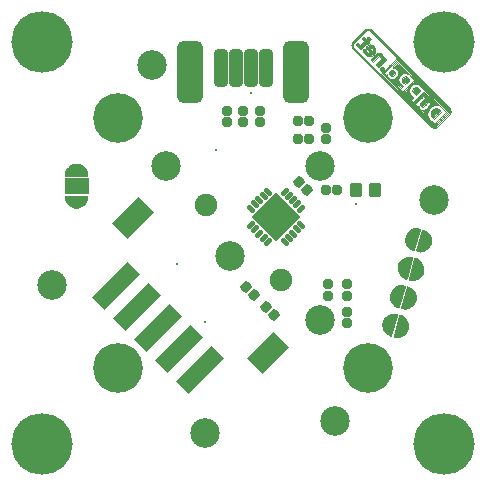
<source format=gbs>
G04*
G04 #@! TF.GenerationSoftware,Altium Limited,Altium Designer,19.0.10 (269)*
G04*
G04 Layer_Color=16711935*
%FSLAX25Y25*%
%MOIN*%
G70*
G01*
G75*
%ADD11C,0.09855*%
%ADD12C,0.07493*%
%ADD13C,0.16548*%
%ADD14C,0.20485*%
%ADD15C,0.00400*%
%ADD40C,0.00100*%
%ADD41R,0.07843X0.05400*%
%ADD42O,0.04737X0.02769*%
G04:AMPARAMS|DCode=43|XSize=88mil|YSize=208mil|CornerRadius=24mil|HoleSize=0mil|Usage=FLASHONLY|Rotation=180.000|XOffset=0mil|YOffset=0mil|HoleType=Round|Shape=RoundedRectangle|*
%AMROUNDEDRECTD43*
21,1,0.08800,0.16000,0,0,180.0*
21,1,0.04000,0.20800,0,0,180.0*
1,1,0.04800,-0.02000,0.08000*
1,1,0.04800,0.02000,0.08000*
1,1,0.04800,0.02000,-0.08000*
1,1,0.04800,-0.02000,-0.08000*
%
%ADD43ROUNDEDRECTD43*%
G04:AMPARAMS|DCode=44|XSize=32.5mil|YSize=34mil|CornerRadius=10.13mil|HoleSize=0mil|Usage=FLASHONLY|Rotation=135.000|XOffset=0mil|YOffset=0mil|HoleType=Round|Shape=RoundedRectangle|*
%AMROUNDEDRECTD44*
21,1,0.03250,0.01375,0,0,135.0*
21,1,0.01225,0.03400,0,0,135.0*
1,1,0.02025,0.00053,0.00919*
1,1,0.02025,0.00919,0.00053*
1,1,0.02025,-0.00053,-0.00919*
1,1,0.02025,-0.00919,-0.00053*
%
%ADD44ROUNDEDRECTD44*%
G04:AMPARAMS|DCode=45|XSize=70.99mil|YSize=126.11mil|CornerRadius=0mil|HoleSize=0mil|Usage=FLASHONLY|Rotation=315.000|XOffset=0mil|YOffset=0mil|HoleType=Round|Shape=Rectangle|*
%AMROTATEDRECTD45*
4,1,4,-0.06969,-0.01949,0.01949,0.06969,0.06969,0.01949,-0.01949,-0.06969,-0.06969,-0.01949,0.0*
%
%ADD45ROTATEDRECTD45*%

G04:AMPARAMS|DCode=46|XSize=59.18mil|YSize=165.48mil|CornerRadius=0mil|HoleSize=0mil|Usage=FLASHONLY|Rotation=315.000|XOffset=0mil|YOffset=0mil|HoleType=Round|Shape=Rectangle|*
%AMROTATEDRECTD46*
4,1,4,-0.07943,-0.03758,0.03758,0.07943,0.07943,0.03758,-0.03758,-0.07943,-0.07943,-0.03758,0.0*
%
%ADD46ROTATEDRECTD46*%

G04:AMPARAMS|DCode=47|XSize=43mil|YSize=49mil|CornerRadius=12.75mil|HoleSize=0mil|Usage=FLASHONLY|Rotation=0.000|XOffset=0mil|YOffset=0mil|HoleType=Round|Shape=RoundedRectangle|*
%AMROUNDEDRECTD47*
21,1,0.04300,0.02350,0,0,0.0*
21,1,0.01750,0.04900,0,0,0.0*
1,1,0.02550,0.00875,-0.01175*
1,1,0.02550,-0.00875,-0.01175*
1,1,0.02550,-0.00875,0.01175*
1,1,0.02550,0.00875,0.01175*
%
%ADD47ROUNDEDRECTD47*%
G04:AMPARAMS|DCode=48|XSize=47.37mil|YSize=126.11mil|CornerRadius=13.84mil|HoleSize=0mil|Usage=FLASHONLY|Rotation=180.000|XOffset=0mil|YOffset=0mil|HoleType=Round|Shape=RoundedRectangle|*
%AMROUNDEDRECTD48*
21,1,0.04737,0.09843,0,0,180.0*
21,1,0.01968,0.12611,0,0,180.0*
1,1,0.02769,-0.00984,0.04921*
1,1,0.02769,0.00984,0.04921*
1,1,0.02769,0.00984,-0.04921*
1,1,0.02769,-0.00984,-0.04921*
%
%ADD48ROUNDEDRECTD48*%
G04:AMPARAMS|DCode=49|XSize=32.5mil|YSize=34mil|CornerRadius=10.13mil|HoleSize=0mil|Usage=FLASHONLY|Rotation=90.000|XOffset=0mil|YOffset=0mil|HoleType=Round|Shape=RoundedRectangle|*
%AMROUNDEDRECTD49*
21,1,0.03250,0.01375,0,0,90.0*
21,1,0.01225,0.03400,0,0,90.0*
1,1,0.02025,0.00688,0.00613*
1,1,0.02025,0.00688,-0.00613*
1,1,0.02025,-0.00688,-0.00613*
1,1,0.02025,-0.00688,0.00613*
%
%ADD49ROUNDEDRECTD49*%
G04:AMPARAMS|DCode=50|XSize=32.5mil|YSize=34mil|CornerRadius=10.13mil|HoleSize=0mil|Usage=FLASHONLY|Rotation=180.000|XOffset=0mil|YOffset=0mil|HoleType=Round|Shape=RoundedRectangle|*
%AMROUNDEDRECTD50*
21,1,0.03250,0.01375,0,0,180.0*
21,1,0.01225,0.03400,0,0,180.0*
1,1,0.02025,-0.00613,0.00688*
1,1,0.02025,0.00613,0.00688*
1,1,0.02025,0.00613,-0.00688*
1,1,0.02025,-0.00613,-0.00688*
%
%ADD50ROUNDEDRECTD50*%
%ADD51P,0.16164X4X180.0*%
G04:AMPARAMS|DCode=52|XSize=17.84mil|YSize=31.62mil|CornerRadius=0mil|HoleSize=0mil|Usage=FLASHONLY|Rotation=135.000|XOffset=0mil|YOffset=0mil|HoleType=Round|Shape=Round|*
%AMOVALD52*
21,1,0.01378,0.01784,0.00000,0.00000,225.0*
1,1,0.01784,0.00487,0.00487*
1,1,0.01784,-0.00487,-0.00487*
%
%ADD52OVALD52*%

G04:AMPARAMS|DCode=53|XSize=17.84mil|YSize=31.62mil|CornerRadius=0mil|HoleSize=0mil|Usage=FLASHONLY|Rotation=45.000|XOffset=0mil|YOffset=0mil|HoleType=Round|Shape=Round|*
%AMOVALD53*
21,1,0.01378,0.01784,0.00000,0.00000,135.0*
1,1,0.01784,0.00487,-0.00487*
1,1,0.01784,-0.00487,0.00487*
%
%ADD53OVALD53*%

G04:AMPARAMS|DCode=54|XSize=27.69mil|YSize=47.37mil|CornerRadius=0mil|HoleSize=0mil|Usage=FLASHONLY|Rotation=165.000|XOffset=0mil|YOffset=0mil|HoleType=Round|Shape=Round|*
%AMOVALD54*
21,1,0.01968,0.02769,0.00000,0.00000,255.0*
1,1,0.02769,0.00255,0.00951*
1,1,0.02769,-0.00255,-0.00951*
%
%ADD54OVALD54*%

%ADD55C,0.01200*%
%ADD56C,0.00559*%
G36*
X-55512Y26342D02*
X-55167Y26342D01*
X-55154Y26341D01*
X-55141D01*
X-55128Y26339D01*
X-55115Y26338D01*
X-55102Y26336D01*
X-55089Y26334D01*
X-54413Y26200D01*
X-54400Y26196D01*
X-54387Y26194D01*
X-54375Y26189D01*
X-54362Y26186D01*
X-54350Y26181D01*
X-54338Y26177D01*
X-53701Y25913D01*
X-53689Y25907D01*
X-53677Y25902D01*
X-53665Y25896D01*
X-53654Y25890D01*
X-53642Y25882D01*
X-53631Y25876D01*
X-53058Y25493D01*
X-53048Y25485D01*
X-53037Y25478D01*
X-53027Y25469D01*
X-53016Y25461D01*
X-53007Y25452D01*
X-52997Y25443D01*
X-52510Y24956D01*
X-52501Y24946D01*
X-52492Y24936D01*
X-52484Y24926D01*
X-52475Y24916D01*
X-52468Y24905D01*
X-52460Y24895D01*
X-52077Y24321D01*
X-52070Y24310D01*
X-52063Y24299D01*
X-52057Y24287D01*
X-52051Y24276D01*
X-52046Y24264D01*
X-52040Y24252D01*
X-51776Y23615D01*
X-51772Y23603D01*
X-51767Y23591D01*
X-51763Y23578D01*
X-51759Y23566D01*
X-51757Y23553D01*
X-51753Y23540D01*
X-51619Y22864D01*
X-51617Y22851D01*
X-51614Y22838D01*
X-51613Y22825D01*
X-51612Y22812D01*
Y22799D01*
X-51611Y22786D01*
X-51611Y22441D01*
X-51611Y22441D01*
X-51614Y22389D01*
X-51625Y22337D01*
X-51641Y22288D01*
X-51665Y22241D01*
X-51694Y22197D01*
X-51728Y22158D01*
X-51768Y22123D01*
X-51811Y22094D01*
X-51811Y22094D01*
D01*
X-51812Y22094D01*
X-51835Y22082D01*
X-51858Y22071D01*
X-51908Y22054D01*
X-51960Y22043D01*
X-52012Y22040D01*
X-59012Y22040D01*
D01*
D01*
X-59012D01*
X-59064Y22043D01*
X-59095Y22050D01*
X-59115Y22054D01*
X-59116Y22054D01*
D01*
X-59165Y22071D01*
X-59188Y22082D01*
X-59212Y22094D01*
X-59212Y22094D01*
D01*
X-59256Y22123D01*
X-59284Y22148D01*
X-59295Y22158D01*
X-59295Y22158D01*
X-59295Y22158D01*
X-59305Y22169D01*
X-59330Y22197D01*
X-59359Y22241D01*
D01*
X-59359Y22241D01*
X-59371Y22265D01*
X-59382Y22287D01*
X-59399Y22337D01*
D01*
X-59399Y22337D01*
X-59403Y22358D01*
X-59409Y22389D01*
X-59413Y22441D01*
X-59413Y22786D01*
X-59412Y22799D01*
Y22812D01*
X-59410Y22825D01*
X-59409Y22838D01*
X-59407Y22851D01*
X-59405Y22864D01*
X-59271Y23540D01*
X-59267Y23553D01*
X-59265Y23566D01*
X-59260Y23578D01*
X-59257Y23591D01*
X-59252Y23603D01*
X-59248Y23615D01*
X-58984Y24252D01*
X-58978Y24264D01*
X-58973Y24276D01*
X-58966Y24287D01*
X-58961Y24299D01*
X-58953Y24310D01*
X-58947Y24321D01*
X-58564Y24895D01*
X-58556Y24905D01*
X-58548Y24916D01*
X-58540Y24926D01*
X-58532Y24936D01*
X-58523Y24946D01*
X-58514Y24956D01*
X-58026Y25443D01*
X-58017Y25452D01*
X-58007Y25461D01*
X-57997Y25469D01*
X-57987Y25478D01*
X-57976Y25485D01*
X-57966Y25493D01*
X-57392Y25876D01*
X-57381Y25883D01*
X-57370Y25890D01*
X-57358Y25896D01*
X-57347Y25902D01*
X-57335Y25907D01*
X-57323Y25913D01*
X-56686Y26177D01*
X-56674Y26181D01*
X-56662Y26186D01*
X-56649Y26190D01*
X-56637Y26194D01*
X-56624Y26196D01*
X-56611Y26200D01*
X-55935Y26334D01*
X-55922Y26336D01*
X-55909Y26338D01*
X-55896Y26339D01*
X-55883Y26341D01*
X-55870D01*
X-55857Y26342D01*
X-55512Y26342D01*
D02*
G37*
G36*
X-51960Y15752D02*
X-51929Y15746D01*
X-51908Y15742D01*
X-51908Y15742D01*
D01*
X-51858Y15725D01*
X-51836Y15714D01*
X-51811Y15701D01*
X-51811Y15701D01*
D01*
X-51768Y15672D01*
X-51739Y15647D01*
X-51728Y15638D01*
X-51728Y15638D01*
X-51728Y15638D01*
X-51719Y15627D01*
X-51694Y15598D01*
X-51665Y15555D01*
D01*
X-51665Y15555D01*
X-51653Y15530D01*
X-51641Y15508D01*
X-51625Y15458D01*
D01*
X-51625Y15458D01*
X-51621Y15437D01*
X-51614Y15407D01*
X-51611Y15354D01*
X-51611Y15010D01*
X-51612Y14997D01*
Y14983D01*
X-51613Y14970D01*
X-51614Y14957D01*
X-51617Y14944D01*
X-51619Y14931D01*
X-51753Y14255D01*
X-51757Y14243D01*
X-51759Y14230D01*
X-51763Y14217D01*
X-51767Y14205D01*
X-51772Y14192D01*
X-51776Y14180D01*
X-52040Y13543D01*
X-52046Y13531D01*
X-52051Y13519D01*
X-52057Y13508D01*
X-52063Y13496D01*
X-52070Y13485D01*
X-52077Y13474D01*
X-52460Y12900D01*
X-52468Y12890D01*
X-52475Y12879D01*
X-52484Y12869D01*
X-52492Y12859D01*
X-52501Y12849D01*
X-52510Y12840D01*
X-52997Y12352D01*
X-53007Y12344D01*
X-53016Y12334D01*
X-53027Y12326D01*
X-53037Y12318D01*
X-53047Y12310D01*
X-53058Y12302D01*
X-53631Y11919D01*
X-53643Y11913D01*
X-53654Y11906D01*
X-53665Y11900D01*
X-53677Y11893D01*
X-53689Y11888D01*
X-53701Y11882D01*
X-54338Y11618D01*
X-54350Y11614D01*
X-54362Y11609D01*
X-54375Y11606D01*
X-54387Y11602D01*
X-54400Y11599D01*
X-54413Y11596D01*
X-55089Y11461D01*
X-55102Y11459D01*
X-55115Y11457D01*
X-55128Y11456D01*
X-55141Y11454D01*
X-55154D01*
X-55167Y11453D01*
X-55512Y11453D01*
X-55857Y11453D01*
X-55870Y11454D01*
X-55883D01*
X-55896Y11456D01*
X-55909Y11457D01*
X-55922Y11459D01*
X-55935Y11461D01*
X-56611Y11596D01*
X-56624Y11599D01*
X-56637Y11602D01*
X-56649Y11606D01*
X-56662Y11609D01*
X-56674Y11614D01*
X-56686Y11619D01*
X-57323Y11882D01*
X-57335Y11888D01*
X-57347Y11893D01*
X-57358Y11900D01*
X-57370Y11906D01*
X-57381Y11913D01*
X-57392Y11919D01*
X-57966Y12302D01*
X-57976Y12310D01*
X-57987Y12318D01*
X-57997Y12326D01*
X-58007Y12334D01*
X-58017Y12344D01*
X-58026Y12352D01*
X-58514Y12840D01*
X-58523Y12850D01*
X-58532Y12859D01*
X-58540Y12869D01*
X-58548Y12879D01*
X-58556Y12890D01*
X-58564Y12900D01*
X-58947Y13474D01*
X-58953Y13485D01*
X-58961Y13496D01*
X-58966Y13508D01*
X-58973Y13519D01*
X-58978Y13531D01*
X-58984Y13543D01*
X-59248Y14180D01*
X-59252Y14192D01*
X-59257Y14205D01*
X-59260Y14217D01*
X-59264Y14230D01*
X-59267Y14242D01*
X-59271Y14255D01*
X-59405Y14931D01*
X-59407Y14944D01*
X-59409Y14957D01*
X-59410Y14970D01*
X-59412Y14983D01*
Y14997D01*
X-59413Y15010D01*
X-59413Y15354D01*
X-59409Y15407D01*
X-59399Y15458D01*
X-59382Y15508D01*
X-59359Y15555D01*
X-59330Y15598D01*
X-59295Y15638D01*
X-59256Y15672D01*
X-59212Y15701D01*
X-59165Y15725D01*
X-59115Y15742D01*
X-59064Y15752D01*
X-59012Y15755D01*
X-52012Y15755D01*
D01*
D01*
X-52012D01*
X-51960Y15752D01*
D02*
G37*
G36*
X60040Y4493D02*
X60091Y4483D01*
X60091Y4483D01*
X60424Y4394D01*
X60437Y4390D01*
X60449Y4386D01*
X60461Y4381D01*
X60474Y4377D01*
X60486Y4371D01*
X60498Y4366D01*
X61116Y4061D01*
X61128Y4055D01*
X61139Y4049D01*
X61150Y4042D01*
X61162Y4035D01*
X61172Y4027D01*
X61183Y4020D01*
X61730Y3600D01*
X61740Y3592D01*
X61750Y3584D01*
X61759Y3574D01*
X61769Y3566D01*
X61778Y3556D01*
X61787Y3546D01*
X62242Y3028D01*
X62250Y3018D01*
X62258Y3008D01*
X62266Y2997D01*
X62274Y2987D01*
X62280Y2975D01*
X62288Y2964D01*
X62632Y2367D01*
X62638Y2355D01*
X62645Y2344D01*
X62650Y2332D01*
X62656Y2320D01*
X62660Y2308D01*
X62665Y2296D01*
X62886Y1643D01*
X62890Y1630D01*
X62894Y1618D01*
X62897Y1605D01*
X62900Y1592D01*
X62902Y1579D01*
X62904Y1566D01*
X62994Y883D01*
X62995Y870D01*
X62997Y857D01*
Y843D01*
X62998Y830D01*
X62997Y817D01*
Y804D01*
X62952Y116D01*
X62950Y103D01*
X62949Y90D01*
X62946Y77D01*
X62945Y64D01*
X62941Y52D01*
X62939Y39D01*
X62850Y-294D01*
X62849Y-295D01*
X62760Y-627D01*
X62756Y-640D01*
X62753Y-652D01*
X62748Y-665D01*
X62744Y-677D01*
X62738Y-689D01*
X62733Y-701D01*
X62428Y-1319D01*
X62421Y-1331D01*
X62415Y-1342D01*
X62408Y-1353D01*
X62401Y-1365D01*
X62393Y-1375D01*
X62386Y-1386D01*
X61967Y-1933D01*
X61958Y-1943D01*
X61950Y-1953D01*
X61941Y-1963D01*
X61932Y-1972D01*
X61922Y-1981D01*
X61913Y-1990D01*
X61395Y-2445D01*
X61384Y-2453D01*
X61374Y-2461D01*
X61363Y-2469D01*
X61353Y-2477D01*
X61342Y-2483D01*
X61331Y-2491D01*
X60733Y-2835D01*
X60722Y-2841D01*
X60710Y-2848D01*
X60698Y-2853D01*
X60686Y-2858D01*
X60674Y-2863D01*
X60662Y-2868D01*
X60009Y-3089D01*
X59996Y-3093D01*
X59984Y-3097D01*
X59971Y-3100D01*
X59958Y-3103D01*
X59945Y-3105D01*
X59933Y-3107D01*
X59249Y-3197D01*
X59236Y-3198D01*
X59223Y-3200D01*
X59210D01*
X59197Y-3201D01*
X59184Y-3200D01*
X59171D01*
X58482Y-3155D01*
X58469Y-3153D01*
X58456Y-3152D01*
X58444Y-3150D01*
X58431Y-3148D01*
X58418Y-3144D01*
X58405Y-3142D01*
X58072Y-3053D01*
X58022Y-3036D01*
X57975Y-3013D01*
X57932Y-2984D01*
X57912Y-2966D01*
X57892Y-2949D01*
X57862Y-2914D01*
X57858Y-2909D01*
X57829Y-2866D01*
X57805Y-2819D01*
X57789Y-2769D01*
X57778Y-2718D01*
X57775Y-2665D01*
X57778Y-2613D01*
X57789Y-2562D01*
X57789Y-2562D01*
X59600Y4200D01*
X59600Y4200D01*
X59617Y4249D01*
X59640Y4296D01*
X59660Y4325D01*
X59670Y4340D01*
X59704Y4380D01*
X59743Y4414D01*
X59787Y4443D01*
X59834Y4466D01*
X59883Y4483D01*
X59884Y4483D01*
D01*
X59884Y4483D01*
X59935Y4493D01*
X59981Y4496D01*
X59987Y4497D01*
X59987D01*
X59987D01*
X60040Y4493D01*
D02*
G37*
G36*
X57839Y4936D02*
X57852D01*
X58540Y4891D01*
X58553Y4889D01*
X58566Y4888D01*
X58579Y4886D01*
X58592Y4884D01*
X58605Y4881D01*
X58617Y4878D01*
X58950Y4789D01*
X58962Y4785D01*
X58973Y4782D01*
X58987Y4777D01*
X59000Y4772D01*
X59011Y4767D01*
X59022Y4762D01*
X59034Y4755D01*
X59047Y4749D01*
X59057Y4742D01*
X59067Y4736D01*
X59079Y4728D01*
X59091Y4720D01*
X59100Y4712D01*
X59109Y4705D01*
X59119Y4694D01*
X59130Y4685D01*
Y4685D01*
X59130D01*
X59134Y4680D01*
X59138Y4676D01*
X59147Y4668D01*
X59155Y4656D01*
X59165Y4646D01*
X59171Y4636D01*
X59179Y4626D01*
X59186Y4614D01*
X59194Y4602D01*
X59199Y4591D01*
X59205Y4581D01*
X59205Y4581D01*
X59211Y4568D01*
X59217Y4555D01*
X59221Y4544D01*
X59225Y4533D01*
X59229Y4519D01*
X59234Y4505D01*
X59236Y4494D01*
X59239Y4482D01*
X59241Y4468D01*
X59244Y4454D01*
X59245Y4447D01*
X59245Y4442D01*
X59246Y4430D01*
X59247Y4416D01*
X59247Y4402D01*
X59247Y4390D01*
X59247Y4378D01*
X59245Y4364D01*
X59244Y4349D01*
X59242Y4338D01*
X59240Y4326D01*
X59237Y4312D01*
X59234Y4298D01*
X57422Y-2463D01*
X57422Y-2464D01*
X57405Y-2513D01*
X57382Y-2560D01*
D01*
X57382Y-2560D01*
X57367Y-2582D01*
X57353Y-2604D01*
X57348Y-2609D01*
X57318Y-2643D01*
X57279Y-2678D01*
X57257Y-2692D01*
X57235Y-2707D01*
X57235Y-2707D01*
D01*
X57188Y-2730D01*
X57177Y-2734D01*
X57139Y-2747D01*
X57087Y-2757D01*
X57035Y-2761D01*
X57035D01*
X57035D01*
X56983Y-2757D01*
X56962Y-2753D01*
X56931Y-2747D01*
X56598Y-2658D01*
X56586Y-2654D01*
X56573Y-2650D01*
X56561Y-2645D01*
X56549Y-2641D01*
X56537Y-2635D01*
X56525Y-2630D01*
X55906Y-2325D01*
X55895Y-2319D01*
X55883Y-2313D01*
X55872Y-2306D01*
X55861Y-2299D01*
X55850Y-2291D01*
X55840Y-2284D01*
X55293Y-1864D01*
X55283Y-1855D01*
X55272Y-1847D01*
X55263Y-1838D01*
X55253Y-1829D01*
X55244Y-1819D01*
X55235Y-1810D01*
X54781Y-1292D01*
X54773Y-1281D01*
X54764Y-1272D01*
X54757Y-1261D01*
X54749Y-1250D01*
X54742Y-1239D01*
X54735Y-1228D01*
X54390Y-631D01*
X54384Y-619D01*
X54378Y-608D01*
X54373Y-596D01*
X54367Y-584D01*
X54363Y-572D01*
X54358Y-559D01*
X54136Y94D01*
X54133Y106D01*
X54128Y119D01*
X54126Y131D01*
X54123Y144D01*
X54121Y157D01*
X54118Y170D01*
X54028Y854D01*
X54027Y867D01*
X54026Y880D01*
Y893D01*
X54025Y906D01*
X54026Y919D01*
Y932D01*
X54071Y1620D01*
X54072Y1633D01*
X54073Y1646D01*
X54076Y1659D01*
X54078Y1672D01*
X54081Y1685D01*
X54084Y1698D01*
X54173Y2031D01*
X54173Y2031D01*
X54262Y2364D01*
X54266Y2376D01*
X54270Y2389D01*
X54275Y2401D01*
X54279Y2413D01*
X54285Y2425D01*
X54290Y2437D01*
X54595Y3056D01*
X54601Y3067D01*
X54607Y3079D01*
X54614Y3090D01*
X54621Y3101D01*
X54629Y3111D01*
X54636Y3122D01*
X55056Y3669D01*
X55064Y3679D01*
X55072Y3689D01*
X55082Y3699D01*
X55090Y3709D01*
X55100Y3717D01*
X55110Y3726D01*
X55628Y4181D01*
X55638Y4189D01*
X55648Y4198D01*
X55659Y4205D01*
X55669Y4213D01*
X55681Y4220D01*
X55692Y4227D01*
X56289Y4572D01*
X56301Y4577D01*
X56312Y4584D01*
X56324Y4589D01*
X56336Y4595D01*
X56348Y4599D01*
X56361Y4604D01*
X57013Y4826D01*
X57026Y4829D01*
X57038Y4833D01*
X57051Y4836D01*
X57064Y4839D01*
X57077Y4841D01*
X57090Y4843D01*
X57773Y4933D01*
X57787Y4934D01*
X57800Y4936D01*
X57813D01*
X57826Y4937D01*
X57839Y4936D01*
D02*
G37*
G36*
X57492Y-5014D02*
X57544Y-5024D01*
X57544Y-5024D01*
X57877Y-5113D01*
X57889Y-5117D01*
X57902Y-5121D01*
X57914Y-5126D01*
X57926Y-5130D01*
X57938Y-5136D01*
X57950Y-5141D01*
X58569Y-5446D01*
X58580Y-5452D01*
X58592Y-5458D01*
X58603Y-5465D01*
X58614Y-5472D01*
X58625Y-5480D01*
X58635Y-5487D01*
X59182Y-5907D01*
X59192Y-5916D01*
X59203Y-5923D01*
X59212Y-5933D01*
X59222Y-5941D01*
X59231Y-5951D01*
X59240Y-5961D01*
X59694Y-6479D01*
X59702Y-6489D01*
X59711Y-6499D01*
X59718Y-6510D01*
X59726Y-6521D01*
X59733Y-6532D01*
X59740Y-6543D01*
X60085Y-7140D01*
X60091Y-7152D01*
X60097Y-7163D01*
X60102Y-7175D01*
X60108Y-7187D01*
X60112Y-7199D01*
X60117Y-7211D01*
X60339Y-7864D01*
X60342Y-7877D01*
X60347Y-7890D01*
X60349Y-7902D01*
X60352Y-7915D01*
X60354Y-7928D01*
X60357Y-7941D01*
X60447Y-8625D01*
X60448Y-8638D01*
X60449Y-8651D01*
Y-8664D01*
X60450Y-8677D01*
X60449Y-8690D01*
Y-8703D01*
X60404Y-9391D01*
X60403Y-9404D01*
X60402Y-9417D01*
X60399Y-9430D01*
X60397Y-9443D01*
X60394Y-9456D01*
X60391Y-9469D01*
X60302Y-9802D01*
X60302Y-9802D01*
X60213Y-10134D01*
X60209Y-10147D01*
X60205Y-10160D01*
X60200Y-10172D01*
X60196Y-10184D01*
X60190Y-10196D01*
X60185Y-10208D01*
X59880Y-10826D01*
X59874Y-10838D01*
X59868Y-10849D01*
X59861Y-10860D01*
X59854Y-10872D01*
X59846Y-10882D01*
X59839Y-10893D01*
X59419Y-11440D01*
X59411Y-11450D01*
X59403Y-11460D01*
X59393Y-11470D01*
X59385Y-11479D01*
X59375Y-11488D01*
X59365Y-11497D01*
X58847Y-11952D01*
X58837Y-11960D01*
X58827Y-11969D01*
X58816Y-11976D01*
X58806Y-11984D01*
X58794Y-11991D01*
X58783Y-11998D01*
X58186Y-12342D01*
X58174Y-12348D01*
X58163Y-12355D01*
X58151Y-12360D01*
X58139Y-12366D01*
X58127Y-12370D01*
X58114Y-12375D01*
X57462Y-12596D01*
X57449Y-12600D01*
X57437Y-12604D01*
X57424Y-12607D01*
X57411Y-12610D01*
X57398Y-12612D01*
X57385Y-12614D01*
X56702Y-12704D01*
X56688Y-12705D01*
X56675Y-12707D01*
X56662D01*
X56649Y-12708D01*
X56636Y-12707D01*
X56623D01*
X55935Y-12662D01*
X55922Y-12660D01*
X55909Y-12659D01*
X55896Y-12657D01*
X55883Y-12655D01*
X55870Y-12652D01*
X55858Y-12649D01*
X55525Y-12560D01*
X55475Y-12543D01*
X55428Y-12520D01*
X55384Y-12491D01*
X55365Y-12473D01*
X55345Y-12456D01*
X55315Y-12421D01*
X55310Y-12417D01*
X55281Y-12373D01*
X55266Y-12342D01*
X55258Y-12326D01*
X55241Y-12276D01*
X55231Y-12225D01*
X55228Y-12173D01*
X55231Y-12120D01*
X55241Y-12069D01*
X55241Y-12069D01*
X57053Y-5308D01*
X57053Y-5307D01*
X57070Y-5258D01*
X57093Y-5211D01*
X57112Y-5182D01*
X57122Y-5167D01*
X57157Y-5128D01*
X57196Y-5093D01*
X57240Y-5064D01*
X57287Y-5041D01*
X57335Y-5024D01*
X57336Y-5024D01*
D01*
X57336Y-5024D01*
X57388Y-5014D01*
X57433Y-5011D01*
X57440Y-5010D01*
X57440D01*
X57440D01*
X57492Y-5014D01*
D02*
G37*
G36*
X55291Y-4571D02*
X55304D01*
X55993Y-4616D01*
X56006Y-4618D01*
X56019Y-4619D01*
X56031Y-4621D01*
X56044Y-4623D01*
X56057Y-4626D01*
X56070Y-4629D01*
X56403Y-4718D01*
X56403Y-4718D01*
X56453Y-4735D01*
X56500Y-4758D01*
X56543Y-4787D01*
X56583Y-4822D01*
X56617Y-4861D01*
X56646Y-4905D01*
X56670Y-4952D01*
X56686Y-5002D01*
X56697Y-5053D01*
X56700Y-5105D01*
X56697Y-5158D01*
X56686Y-5209D01*
X54875Y-11971D01*
X54875Y-11971D01*
X54858Y-12020D01*
X54835Y-12067D01*
X54815Y-12096D01*
X54805Y-12111D01*
X54771Y-12150D01*
X54732Y-12185D01*
X54688Y-12214D01*
X54641Y-12237D01*
X54592Y-12254D01*
X54591Y-12254D01*
D01*
X54591Y-12254D01*
X54540Y-12264D01*
X54494Y-12267D01*
X54488Y-12268D01*
X54488D01*
X54488D01*
X54435Y-12264D01*
X54410Y-12259D01*
X54384Y-12254D01*
X54051Y-12165D01*
X54038Y-12161D01*
X54026Y-12157D01*
X54014Y-12152D01*
X54001Y-12148D01*
X53989Y-12142D01*
X53977Y-12137D01*
X53359Y-11832D01*
X53347Y-11826D01*
X53336Y-11820D01*
X53325Y-11813D01*
X53313Y-11806D01*
X53303Y-11798D01*
X53292Y-11791D01*
X52745Y-11371D01*
X52735Y-11362D01*
X52725Y-11355D01*
X52716Y-11345D01*
X52706Y-11337D01*
X52697Y-11327D01*
X52688Y-11317D01*
X52233Y-10799D01*
X52225Y-10789D01*
X52217Y-10779D01*
X52209Y-10768D01*
X52201Y-10757D01*
X52195Y-10746D01*
X52187Y-10735D01*
X51843Y-10138D01*
X51837Y-10126D01*
X51830Y-10115D01*
X51825Y-10103D01*
X51819Y-10091D01*
X51815Y-10079D01*
X51810Y-10067D01*
X51589Y-9414D01*
X51585Y-9401D01*
X51581Y-9388D01*
X51578Y-9376D01*
X51575Y-9363D01*
X51573Y-9350D01*
X51571Y-9337D01*
X51481Y-8654D01*
X51480Y-8641D01*
X51478Y-8627D01*
Y-8614D01*
X51477Y-8601D01*
X51478Y-8588D01*
Y-8575D01*
X51523Y-7887D01*
X51525Y-7874D01*
X51526Y-7861D01*
X51529Y-7848D01*
X51530Y-7835D01*
X51534Y-7822D01*
X51536Y-7809D01*
X51625Y-7477D01*
X51626Y-7476D01*
X51715Y-7144D01*
X51719Y-7131D01*
X51722Y-7119D01*
X51727Y-7106D01*
X51731Y-7094D01*
X51737Y-7082D01*
X51742Y-7070D01*
X52047Y-6452D01*
X52054Y-6440D01*
X52060Y-6429D01*
X52067Y-6418D01*
X52074Y-6406D01*
X52082Y-6396D01*
X52089Y-6385D01*
X52508Y-5838D01*
X52517Y-5828D01*
X52525Y-5818D01*
X52534Y-5808D01*
X52543Y-5799D01*
X52553Y-5790D01*
X52562Y-5781D01*
X53080Y-5326D01*
X53091Y-5318D01*
X53101Y-5309D01*
X53112Y-5302D01*
X53122Y-5294D01*
X53133Y-5288D01*
X53144Y-5280D01*
X53742Y-4936D01*
X53753Y-4930D01*
X53765Y-4923D01*
X53777Y-4918D01*
X53789Y-4912D01*
X53801Y-4908D01*
X53813Y-4903D01*
X54466Y-4682D01*
X54479Y-4678D01*
X54491Y-4674D01*
X54504Y-4671D01*
X54517Y-4668D01*
X54530Y-4666D01*
X54542Y-4664D01*
X55226Y-4574D01*
X55239Y-4573D01*
X55252Y-4571D01*
X55265D01*
X55278Y-4570D01*
X55291Y-4571D01*
D02*
G37*
G36*
X54945Y-14521D02*
X54971Y-14526D01*
X54996Y-14531D01*
X55329Y-14620D01*
X55342Y-14625D01*
X55354Y-14628D01*
X55366Y-14633D01*
X55379Y-14637D01*
X55391Y-14643D01*
X55403Y-14648D01*
X56021Y-14953D01*
X56033Y-14959D01*
X56044Y-14965D01*
X56055Y-14973D01*
X56067Y-14979D01*
X56077Y-14987D01*
X56088Y-14994D01*
X56635Y-15414D01*
X56645Y-15423D01*
X56655Y-15431D01*
X56665Y-15440D01*
X56674Y-15449D01*
X56683Y-15459D01*
X56692Y-15468D01*
X57147Y-15986D01*
X57155Y-15996D01*
X57164Y-16006D01*
X57171Y-16017D01*
X57179Y-16028D01*
X57186Y-16039D01*
X57193Y-16050D01*
X57538Y-16647D01*
X57543Y-16659D01*
X57550Y-16670D01*
X57555Y-16682D01*
X57561Y-16694D01*
X57565Y-16706D01*
X57570Y-16719D01*
X57792Y-17371D01*
X57795Y-17384D01*
X57799Y-17397D01*
X57802Y-17409D01*
X57805Y-17422D01*
X57807Y-17435D01*
X57809Y-17448D01*
X57899Y-18132D01*
X57900Y-18145D01*
X57902Y-18158D01*
Y-18171D01*
X57903Y-18184D01*
X57902Y-18197D01*
Y-18210D01*
X57857Y-18898D01*
X57855Y-18911D01*
X57854Y-18924D01*
X57852Y-18937D01*
X57850Y-18950D01*
X57846Y-18963D01*
X57844Y-18976D01*
X57755Y-19309D01*
X57755Y-19309D01*
X57665Y-19642D01*
X57661Y-19654D01*
X57658Y-19667D01*
X57653Y-19679D01*
X57649Y-19691D01*
X57643Y-19703D01*
X57638Y-19715D01*
X57333Y-20334D01*
X57326Y-20345D01*
X57320Y-20357D01*
X57313Y-20368D01*
X57307Y-20379D01*
X57299Y-20389D01*
X57291Y-20400D01*
X56872Y-20947D01*
X56863Y-20957D01*
X56855Y-20967D01*
X56846Y-20977D01*
X56837Y-20987D01*
X56827Y-20995D01*
X56818Y-21005D01*
X56300Y-21459D01*
X56289Y-21467D01*
X56279Y-21476D01*
X56269Y-21483D01*
X56258Y-21491D01*
X56247Y-21498D01*
X56236Y-21505D01*
X55639Y-21850D01*
X55627Y-21855D01*
X55616Y-21862D01*
X55603Y-21867D01*
X55592Y-21873D01*
X55579Y-21877D01*
X55567Y-21882D01*
X54914Y-22104D01*
X54902Y-22107D01*
X54889Y-22111D01*
X54876Y-22114D01*
X54864Y-22117D01*
X54851Y-22119D01*
X54838Y-22121D01*
X54154Y-22211D01*
X54141Y-22212D01*
X54128Y-22214D01*
X54115D01*
X54102Y-22215D01*
X54089Y-22214D01*
X54076D01*
X53388Y-22169D01*
X53375Y-22167D01*
X53362Y-22166D01*
X53349Y-22164D01*
X53336Y-22162D01*
X53323Y-22159D01*
X53310Y-22156D01*
X52977Y-22067D01*
X52928Y-22050D01*
X52881Y-22027D01*
X52837Y-21998D01*
X52817Y-21981D01*
X52798Y-21963D01*
X52767Y-21929D01*
X52763Y-21924D01*
X52734Y-21880D01*
X52711Y-21833D01*
X52694Y-21783D01*
X52684Y-21732D01*
X52680Y-21680D01*
Y-21680D01*
X52684Y-21627D01*
X52694Y-21576D01*
X54505Y-14815D01*
X54505Y-14815D01*
X54522Y-14765D01*
X54545Y-14718D01*
X54565Y-14689D01*
X54575Y-14674D01*
X54609Y-14635D01*
X54649Y-14600D01*
X54692Y-14571D01*
X54739Y-14548D01*
X54788Y-14531D01*
X54789Y-14531D01*
D01*
X54789Y-14531D01*
X54840Y-14521D01*
X54886Y-14518D01*
X54893Y-14517D01*
X54893D01*
X54893D01*
X54945Y-14521D01*
D02*
G37*
G36*
X52744Y-14078D02*
X52757D01*
X53445Y-14123D01*
X53458Y-14125D01*
X53471Y-14126D01*
X53484Y-14129D01*
X53497Y-14130D01*
X53510Y-14134D01*
X53523Y-14136D01*
X53856Y-14225D01*
X53905Y-14242D01*
X53952Y-14265D01*
X53996Y-14295D01*
X54001Y-14299D01*
X54030Y-14325D01*
X54035Y-14329D01*
X54035Y-14329D01*
X54070Y-14368D01*
X54099Y-14412D01*
X54122Y-14459D01*
X54139Y-14509D01*
X54147Y-14550D01*
X54149Y-14560D01*
X54149Y-14564D01*
X54153Y-14613D01*
X54149Y-14665D01*
X54139Y-14716D01*
X52327Y-21478D01*
X52327Y-21478D01*
X52310Y-21527D01*
X52287Y-21575D01*
X52268Y-21603D01*
X52258Y-21618D01*
X52223Y-21657D01*
X52184Y-21692D01*
X52140Y-21721D01*
X52093Y-21744D01*
X52045Y-21761D01*
X52044Y-21761D01*
D01*
X52044Y-21761D01*
X51992Y-21771D01*
X51947Y-21775D01*
X51940Y-21775D01*
X51940D01*
X51940D01*
X51888Y-21771D01*
X51836Y-21761D01*
X51836Y-21761D01*
X51503Y-21672D01*
X51491Y-21668D01*
X51478Y-21665D01*
X51466Y-21659D01*
X51454Y-21655D01*
X51442Y-21649D01*
X51430Y-21644D01*
X50811Y-21339D01*
X50800Y-21333D01*
X50788Y-21327D01*
X50777Y-21320D01*
X50766Y-21313D01*
X50756Y-21305D01*
X50745Y-21298D01*
X50198Y-20878D01*
X50188Y-20870D01*
X50177Y-20862D01*
X50168Y-20852D01*
X50158Y-20844D01*
X50150Y-20834D01*
X50140Y-20825D01*
X49686Y-20306D01*
X49678Y-20296D01*
X49669Y-20286D01*
X49662Y-20275D01*
X49654Y-20265D01*
X49647Y-20253D01*
X49640Y-20242D01*
X49295Y-19645D01*
X49290Y-19634D01*
X49283Y-19622D01*
X49278Y-19610D01*
X49272Y-19598D01*
X49268Y-19586D01*
X49263Y-19574D01*
X49041Y-18921D01*
X49038Y-18908D01*
X49034Y-18896D01*
X49031Y-18883D01*
X49028Y-18870D01*
X49026Y-18857D01*
X49023Y-18844D01*
X48933Y-18161D01*
X48932Y-18148D01*
X48931Y-18135D01*
Y-18122D01*
X48930Y-18108D01*
X48931Y-18095D01*
Y-18082D01*
X48976Y-17394D01*
X48978Y-17381D01*
X48978Y-17368D01*
X48981Y-17355D01*
X48983Y-17342D01*
X48986Y-17330D01*
X48989Y-17317D01*
X49078Y-16984D01*
X49167Y-16651D01*
X49171Y-16638D01*
X49175Y-16626D01*
X49180Y-16613D01*
X49184Y-16601D01*
X49190Y-16589D01*
X49195Y-16577D01*
X49500Y-15959D01*
X49506Y-15947D01*
X49512Y-15936D01*
X49520Y-15925D01*
X49526Y-15913D01*
X49534Y-15903D01*
X49541Y-15892D01*
X49961Y-15345D01*
X49970Y-15335D01*
X49978Y-15325D01*
X49987Y-15315D01*
X49996Y-15306D01*
X50005Y-15297D01*
X50015Y-15288D01*
X50533Y-14833D01*
X50543Y-14825D01*
X50553Y-14817D01*
X50564Y-14809D01*
X50575Y-14801D01*
X50586Y-14795D01*
X50597Y-14787D01*
X51194Y-14443D01*
X51206Y-14437D01*
X51217Y-14430D01*
X51229Y-14425D01*
X51241Y-14420D01*
X51253Y-14415D01*
X51266Y-14410D01*
X51918Y-14189D01*
X51931Y-14185D01*
X51944Y-14181D01*
X51956Y-14178D01*
X51969Y-14175D01*
X51982Y-14173D01*
X51995Y-14171D01*
X52679Y-14081D01*
X52692Y-14080D01*
X52705Y-14078D01*
X52718D01*
X52731Y-14077D01*
X52744Y-14078D01*
D02*
G37*
G36*
X52410Y-24031D02*
X52462Y-24042D01*
X52462Y-24042D01*
X52795Y-24131D01*
X52807Y-24135D01*
X52820Y-24138D01*
X52832Y-24144D01*
X52844Y-24148D01*
X52856Y-24153D01*
X52868Y-24159D01*
X53487Y-24463D01*
X53498Y-24470D01*
X53510Y-24476D01*
X53521Y-24483D01*
X53532Y-24490D01*
X53543Y-24498D01*
X53553Y-24505D01*
X54100Y-24925D01*
X54110Y-24933D01*
X54121Y-24941D01*
X54130Y-24950D01*
X54140Y-24959D01*
X54149Y-24969D01*
X54158Y-24978D01*
X54612Y-25497D01*
X54620Y-25507D01*
X54629Y-25517D01*
X54636Y-25528D01*
X54644Y-25538D01*
X54651Y-25550D01*
X54658Y-25561D01*
X55003Y-26158D01*
X55009Y-26169D01*
X55015Y-26181D01*
X55020Y-26193D01*
X55026Y-26205D01*
X55030Y-26217D01*
X55035Y-26229D01*
X55257Y-26882D01*
X55260Y-26895D01*
X55265Y-26907D01*
X55267Y-26920D01*
X55270Y-26933D01*
X55272Y-26946D01*
X55275Y-26959D01*
X55365Y-27642D01*
X55366Y-27655D01*
X55367Y-27668D01*
Y-27681D01*
X55368Y-27694D01*
X55367Y-27708D01*
Y-27721D01*
X55322Y-28409D01*
X55320Y-28422D01*
X55320Y-28435D01*
X55317Y-28448D01*
X55315Y-28461D01*
X55312Y-28473D01*
X55309Y-28486D01*
X55220Y-28819D01*
X55220Y-28819D01*
X55131Y-29152D01*
X55127Y-29165D01*
X55123Y-29177D01*
X55118Y-29189D01*
X55114Y-29202D01*
X55108Y-29214D01*
X55103Y-29226D01*
X54798Y-29844D01*
X54792Y-29855D01*
X54786Y-29867D01*
X54779Y-29878D01*
X54772Y-29890D01*
X54764Y-29900D01*
X54757Y-29911D01*
X54337Y-30458D01*
X54328Y-30468D01*
X54320Y-30478D01*
X54311Y-30487D01*
X54303Y-30497D01*
X54293Y-30506D01*
X54283Y-30515D01*
X53765Y-30970D01*
X53755Y-30978D01*
X53745Y-30986D01*
X53734Y-30994D01*
X53723Y-31002D01*
X53712Y-31008D01*
X53701Y-31016D01*
X53104Y-31360D01*
X53092Y-31366D01*
X53081Y-31373D01*
X53069Y-31378D01*
X53057Y-31383D01*
X53045Y-31388D01*
X53032Y-31393D01*
X52380Y-31614D01*
X52367Y-31618D01*
X52355Y-31622D01*
X52342Y-31624D01*
X52329Y-31628D01*
X52316Y-31629D01*
X52303Y-31632D01*
X51620Y-31722D01*
X51606Y-31723D01*
X51593Y-31725D01*
X51580D01*
X51567Y-31725D01*
X51554Y-31725D01*
X51541D01*
X50853Y-31680D01*
X50840Y-31678D01*
X50827Y-31677D01*
X50814Y-31674D01*
X50801Y-31673D01*
X50788Y-31669D01*
X50775Y-31667D01*
X50443Y-31578D01*
X50393Y-31561D01*
X50346Y-31538D01*
X50302Y-31508D01*
X50283Y-31491D01*
X50263Y-31474D01*
X50232Y-31439D01*
X50228Y-31434D01*
X50199Y-31391D01*
X50176Y-31344D01*
X50159Y-31294D01*
X50149Y-31243D01*
X50145Y-31190D01*
Y-31190D01*
X50149Y-31138D01*
X50159Y-31087D01*
X51971Y-24325D01*
X51971Y-24325D01*
X51988Y-24275D01*
X52011Y-24228D01*
X52030Y-24200D01*
X52040Y-24185D01*
X52075Y-24145D01*
X52114Y-24111D01*
X52158Y-24082D01*
X52205Y-24058D01*
X52253Y-24042D01*
X52254Y-24042D01*
D01*
X52254Y-24042D01*
X52306Y-24031D01*
X52351Y-24028D01*
X52358Y-24028D01*
X52358D01*
X52358D01*
X52410Y-24031D01*
D02*
G37*
G36*
X50209Y-23589D02*
X50222D01*
X50910Y-23634D01*
X50923Y-23636D01*
X50937Y-23637D01*
X50949Y-23639D01*
X50962Y-23641D01*
X50975Y-23644D01*
X50988Y-23647D01*
X51321Y-23736D01*
X51321Y-23736D01*
X51371Y-23753D01*
X51418Y-23776D01*
X51461Y-23805D01*
X51501Y-23840D01*
X51535Y-23879D01*
X51564Y-23923D01*
X51587Y-23970D01*
X51604Y-24019D01*
X51615Y-24071D01*
X51618Y-24123D01*
X51615Y-24175D01*
X51604Y-24227D01*
X49793Y-30988D01*
X49793Y-30988D01*
X49776Y-31038D01*
X49753Y-31085D01*
X49733Y-31114D01*
X49724Y-31129D01*
X49689Y-31168D01*
X49665Y-31189D01*
X49650Y-31203D01*
X49606Y-31232D01*
X49606Y-31232D01*
D01*
X49559Y-31255D01*
X49512Y-31271D01*
X49509Y-31272D01*
D01*
X49509Y-31272D01*
X49483Y-31277D01*
X49458Y-31282D01*
X49406Y-31286D01*
X49405D01*
X49405D01*
X49353Y-31282D01*
X49327Y-31277D01*
X49302Y-31272D01*
X48969Y-31183D01*
X48956Y-31178D01*
X48944Y-31175D01*
X48932Y-31170D01*
X48919Y-31166D01*
X48907Y-31160D01*
X48895Y-31155D01*
X48277Y-30850D01*
X48265Y-30843D01*
X48254Y-30838D01*
X48243Y-30830D01*
X48231Y-30824D01*
X48221Y-30816D01*
X48210Y-30809D01*
X47663Y-30389D01*
X47653Y-30380D01*
X47643Y-30372D01*
X47634Y-30363D01*
X47624Y-30354D01*
X47615Y-30344D01*
X47606Y-30335D01*
X47151Y-29817D01*
X47143Y-29806D01*
X47135Y-29796D01*
X47127Y-29786D01*
X47119Y-29775D01*
X47113Y-29764D01*
X47105Y-29753D01*
X46761Y-29156D01*
X46755Y-29144D01*
X46748Y-29133D01*
X46743Y-29120D01*
X46737Y-29109D01*
X46733Y-29096D01*
X46728Y-29084D01*
X46507Y-28431D01*
X46503Y-28419D01*
X46499Y-28406D01*
X46496Y-28394D01*
X46493Y-28381D01*
X46491Y-28368D01*
X46489Y-28355D01*
X46399Y-27671D01*
X46398Y-27658D01*
X46396Y-27645D01*
Y-27632D01*
X46395Y-27619D01*
X46396Y-27606D01*
Y-27593D01*
X46441Y-26905D01*
X46443Y-26892D01*
X46444Y-26879D01*
X46446Y-26866D01*
X46448Y-26853D01*
X46452Y-26840D01*
X46454Y-26827D01*
X46543Y-26494D01*
X46543Y-26494D01*
X46633Y-26161D01*
X46637Y-26149D01*
X46640Y-26136D01*
X46645Y-26124D01*
X46650Y-26112D01*
X46655Y-26100D01*
X46660Y-26088D01*
X46965Y-25469D01*
X46972Y-25458D01*
X46978Y-25446D01*
X46985Y-25435D01*
X46991Y-25424D01*
X46999Y-25414D01*
X47007Y-25403D01*
X47426Y-24856D01*
X47435Y-24846D01*
X47443Y-24835D01*
X47452Y-24826D01*
X47461Y-24816D01*
X47471Y-24808D01*
X47480Y-24798D01*
X47998Y-24344D01*
X48009Y-24336D01*
X48019Y-24327D01*
X48030Y-24320D01*
X48040Y-24312D01*
X48052Y-24305D01*
X48062Y-24298D01*
X48659Y-23953D01*
X48671Y-23947D01*
X48682Y-23941D01*
X48695Y-23936D01*
X48706Y-23930D01*
X48719Y-23926D01*
X48731Y-23921D01*
X49384Y-23699D01*
X49396Y-23696D01*
X49409Y-23692D01*
X49422Y-23689D01*
X49435Y-23686D01*
X49448Y-23684D01*
X49460Y-23681D01*
X50144Y-23591D01*
X50157Y-23591D01*
X50170Y-23589D01*
X50183D01*
X50196Y-23588D01*
X50209Y-23589D01*
D02*
G37*
D11*
X-25779Y25779D02*
D03*
X25779Y-25779D02*
D03*
X-4371Y-4371D02*
D03*
X-63584Y-14198D02*
D03*
X-12806Y-63305D02*
D03*
X-30511Y59464D02*
D03*
X25779Y25779D02*
D03*
X63584Y14198D02*
D03*
X30511Y-59464D02*
D03*
D12*
X12528Y-12528D02*
D03*
X-12528Y12528D02*
D03*
D13*
X41758Y-41758D02*
D03*
Y41758D02*
D03*
X-41758D02*
D03*
Y-41758D02*
D03*
D14*
X-66929Y66929D02*
D03*
X66929D02*
D03*
Y-66929D02*
D03*
X-66929D02*
D03*
D15*
X-51181Y13248D02*
D03*
Y24547D02*
D03*
X60039Y45039D02*
D03*
X67539Y30039D02*
D03*
X60039Y-14961D02*
D03*
X67539Y-29961D02*
D03*
X60039Y-44961D02*
D03*
X52539Y60039D02*
D03*
Y30039D02*
D03*
Y-59961D02*
D03*
X37539Y60039D02*
D03*
X30039Y45039D02*
D03*
Y-44961D02*
D03*
X37539Y-59961D02*
D03*
X15039Y-44961D02*
D03*
X7539Y-29961D02*
D03*
X39Y-44961D02*
D03*
X7539Y-59961D02*
D03*
X-7461Y-29961D02*
D03*
X-29961Y45039D02*
D03*
Y-44961D02*
D03*
X-22461Y-59961D02*
D03*
X-37461Y60039D02*
D03*
Y30039D02*
D03*
Y39D02*
D03*
Y-59961D02*
D03*
X-52461Y60039D02*
D03*
X-59961Y45039D02*
D03*
X-52461Y30039D02*
D03*
Y39D02*
D03*
Y-29961D02*
D03*
X-59961Y-44961D02*
D03*
X-52461Y-59961D02*
D03*
X-67461Y30039D02*
D03*
Y-29961D02*
D03*
X64961Y-787D02*
D03*
X62205Y-10236D02*
D03*
X60236Y-20079D02*
D03*
X57480Y-29921D02*
D03*
X-5512Y-41732D02*
D03*
X-14567Y-50787D02*
D03*
X-22047Y-50000D02*
D03*
X-4331Y-37008D02*
D03*
X-9449Y-46063D02*
D03*
X11024Y46063D02*
D03*
X25984Y48819D02*
D03*
X25591Y66535D02*
D03*
X35433Y23228D02*
D03*
X47638Y24409D02*
D03*
X44094Y12992D02*
D03*
X24409Y-18504D02*
D03*
X30709Y2756D02*
D03*
X37402Y-26772D02*
D03*
X20472Y-34252D02*
D03*
X11811Y-22047D02*
D03*
X-1575Y-14173D02*
D03*
X13112Y6573D02*
D03*
X8936D02*
D03*
Y10749D02*
D03*
X13112D02*
D03*
X27500Y41500D02*
D03*
X6299Y20866D02*
D03*
X2756Y21260D02*
D03*
X52362Y2756D02*
D03*
X49892Y-7012D02*
D03*
X47680Y-16788D02*
D03*
X17323Y25591D02*
D03*
X24803Y-3937D02*
D03*
X11024Y-2995D02*
D03*
X14567Y22835D02*
D03*
D40*
X36347Y64936D02*
X62651Y38631D01*
X36206Y65219D02*
X62934Y38490D01*
X36135Y65431D02*
X63147Y38419D01*
X36135Y65572D02*
X63288Y38419D01*
X36135Y65714D02*
X63429Y38419D01*
X36064Y65926D02*
X36701Y65289D01*
X45822Y56168D02*
X63641Y38348D01*
X36064Y66067D02*
X36630Y65501D01*
X45893Y56238D02*
X63783Y38348D01*
X36135Y66138D02*
X36559Y65714D01*
X45964Y56309D02*
X63854Y38419D01*
X36135Y66279D02*
X36559Y65855D01*
X46035Y56380D02*
X63995Y38419D01*
X36135Y66421D02*
X36559Y65996D01*
X46105Y56450D02*
X64136Y38419D01*
X36206Y66491D02*
X36559Y66138D01*
X46176Y56521D02*
X64207Y38490D01*
X36206Y66633D02*
X36630Y66208D01*
X46247Y56592D02*
X64349Y38490D01*
X36276Y66703D02*
X36630Y66350D01*
X46317Y56663D02*
X64419Y38561D01*
X36347Y66774D02*
X36701Y66421D01*
X46388Y56733D02*
X64490Y38631D01*
X36347Y66916D02*
X36701Y66562D01*
X46459Y56804D02*
X64631Y38631D01*
X36418Y66986D02*
X36771Y66633D01*
X46529Y56875D02*
X64702Y38702D01*
X36489Y67057D02*
X36842Y66703D01*
X37903Y65643D02*
X38610Y64936D01*
X40236Y63309D02*
X41155Y62390D01*
X42570Y60976D02*
X43206Y60339D01*
X44337Y59208D02*
X44903Y58643D01*
X45752Y57794D02*
X46176Y57370D01*
X46600Y56945D02*
X46954Y56592D01*
X47519Y56026D02*
X48085Y55461D01*
X48863Y54683D02*
X52328Y51218D01*
X52611Y50935D02*
X52823Y50723D01*
X53035Y50511D02*
X55934Y47612D01*
X56217Y47329D02*
X56429Y47117D01*
X56641Y46905D02*
X57914Y45632D01*
X57985Y45561D02*
X58833Y44712D01*
X59116Y44430D02*
X61874Y41672D01*
X62439Y41106D02*
X63288Y40258D01*
X63712Y39833D02*
X64773Y38773D01*
X36559Y67128D02*
X36913Y66774D01*
X37761Y65926D02*
X38893Y64794D01*
X40095Y63592D02*
X41438Y62249D01*
X42570Y61117D02*
X43347Y60339D01*
X44337Y59350D02*
X45044Y58643D01*
X45681Y58006D02*
X46317Y57370D01*
X46671Y57016D02*
X46954Y56733D01*
X47661Y56026D02*
X48014Y55673D01*
X49075Y54612D02*
X52328Y51359D01*
X53176Y50511D02*
X55934Y47753D01*
X56783Y46905D02*
X57419Y46268D01*
X58126Y45561D02*
X58621Y45066D01*
X59469Y44218D02*
X61661Y42026D01*
X63854Y39833D02*
X64843Y38844D01*
X36630Y67198D02*
X36983Y66845D01*
X37691Y66138D02*
X39034Y64794D01*
X40095Y63734D02*
X41650Y62178D01*
X42640Y61188D02*
X43418Y60410D01*
X44337Y59491D02*
X45115Y58713D01*
X45681Y58148D02*
X46459Y57370D01*
X46742Y57087D02*
X47024Y56804D01*
X47732Y56097D02*
X47944Y55885D01*
X49216Y54612D02*
X52398Y51430D01*
X53318Y50511D02*
X56005Y47824D01*
X56853Y46975D02*
X57419Y46410D01*
X58197Y45632D02*
X58550Y45278D01*
X59682Y44147D02*
X61520Y42308D01*
X63924Y39904D02*
X64914Y38914D01*
X36701Y67269D02*
X37054Y66916D01*
X37761Y66208D02*
X39176Y64794D01*
X40024Y63946D02*
X41792Y62178D01*
X42711Y61259D02*
X43489Y60481D01*
X44408Y59562D02*
X45186Y58784D01*
X45752Y58218D02*
X46600Y57370D01*
X46812Y57158D02*
X47095Y56875D01*
X47802Y56168D02*
X47944Y56026D01*
X49429Y54541D02*
X52469Y51501D01*
X53388Y50582D02*
X56075Y47894D01*
X56924Y47046D02*
X57490Y46480D01*
X58267Y45702D02*
X58479Y45490D01*
X59823Y44147D02*
X61449Y42520D01*
X63995Y39975D02*
X64985Y38985D01*
X36771Y67340D02*
X37125Y66986D01*
X37832Y66279D02*
X39246Y64865D01*
X40024Y64087D02*
X41933Y62178D01*
X42782Y61330D02*
X43560Y60552D01*
X44479Y59632D02*
X45257Y58855D01*
X45752Y58360D02*
X46671Y57440D01*
X46883Y57228D02*
X47166Y56945D01*
X49570Y54541D02*
X52540Y51571D01*
X53459Y50652D02*
X56146Y47965D01*
X56995Y47117D02*
X57560Y46551D01*
X58338Y45773D02*
X58479Y45632D01*
X59965Y44147D02*
X61449Y42662D01*
X64066Y40046D02*
X65056Y39056D01*
X36842Y67411D02*
X37196Y67057D01*
X37903Y66350D02*
X39388Y64865D01*
X40024Y64229D02*
X42075Y62178D01*
X42853Y61400D02*
X43630Y60622D01*
X44550Y59703D02*
X45327Y58925D01*
X45822Y58430D02*
X46742Y57511D01*
X46954Y57299D02*
X47236Y57016D01*
X49711Y54541D02*
X52611Y51642D01*
X53530Y50723D02*
X56217Y48036D01*
X57065Y47187D02*
X57631Y46622D01*
X60106Y44147D02*
X61449Y42803D01*
X64136Y40116D02*
X65126Y39126D01*
X36913Y67481D02*
X37266Y67128D01*
X37973Y66421D02*
X39458Y64936D01*
X40024Y64370D02*
X42216Y62178D01*
X42923Y61471D02*
X43701Y60693D01*
X44620Y59774D02*
X45398Y58996D01*
X45893Y58501D02*
X46883Y57511D01*
X47024Y57370D02*
X47307Y57087D01*
X49853Y54541D02*
X52681Y51713D01*
X53601Y50794D02*
X56287Y48107D01*
X57136Y47258D02*
X57702Y46692D01*
X60247Y44147D02*
X61449Y42945D01*
X64207Y40187D02*
X65197Y39197D01*
X36983Y67552D02*
X37337Y67198D01*
X38044Y66491D02*
X39529Y65006D01*
X40024Y64512D02*
X42358Y62178D01*
X42994Y61542D02*
X43772Y60764D01*
X44691Y59845D02*
X45469Y59067D01*
X45964Y58572D02*
X46954Y57582D01*
X47095Y57440D02*
X47378Y57158D01*
X49924Y54612D02*
X52752Y51784D01*
X53671Y50864D02*
X56358Y48177D01*
X57207Y47329D02*
X57772Y46763D01*
X60318Y44218D02*
X61379Y43157D01*
X64278Y40258D02*
X65268Y39268D01*
X37054Y67623D02*
X37408Y67269D01*
X38044Y66633D02*
X39600Y65077D01*
X40165Y64512D02*
X42499Y62178D01*
X43065Y61612D02*
X43842Y60834D01*
X44762Y59915D02*
X45540Y59137D01*
X46035Y58643D02*
X46954Y57723D01*
X47166Y57511D02*
X47449Y57228D01*
X50065Y54612D02*
X52823Y51854D01*
X53671Y51006D02*
X56429Y48248D01*
X57278Y47400D02*
X57843Y46834D01*
X60389Y44288D02*
X61449Y43228D01*
X64349Y40328D02*
X65338Y39338D01*
X37125Y67694D02*
X37479Y67340D01*
X38186Y66633D02*
X38680Y66138D01*
X38822Y65996D02*
X39671Y65148D01*
X40236Y64582D02*
X41085Y63734D01*
X41580Y63239D02*
X42570Y62249D01*
X43135Y61683D02*
X43913Y60905D01*
X44832Y59986D02*
X45610Y59208D01*
X46105Y58713D02*
X47024Y57794D01*
X47236Y57582D02*
X47519Y57299D01*
X50206Y54612D02*
X52893Y51925D01*
X53742Y51076D02*
X56500Y48319D01*
X57348Y47470D02*
X57914Y46905D01*
X59257Y45561D02*
X59328Y45490D01*
X60530Y44288D02*
X61449Y43369D01*
X64419Y40399D02*
X65409Y39409D01*
X37196Y67764D02*
X37549Y67411D01*
X38256Y66703D02*
X38398Y66562D01*
X38963Y65996D02*
X39741Y65219D01*
X40378Y64582D02*
X40943Y64016D01*
X41792Y63168D02*
X42711Y62249D01*
X43206Y61754D02*
X43984Y60976D01*
X44903Y60057D02*
X45681Y59279D01*
X46247Y58713D02*
X47095Y57865D01*
X47307Y57652D02*
X47590Y57370D01*
X48792Y56168D02*
X49216Y55743D01*
X50277Y54683D02*
X52964Y51996D01*
X53813Y51147D02*
X56570Y48389D01*
X57419Y47541D02*
X57985Y46975D01*
X59116Y45844D02*
X59682Y45278D01*
X60601Y44359D02*
X61449Y43510D01*
X62793Y42167D02*
X63571Y41389D01*
X64490Y40470D02*
X65480Y39480D01*
X37266Y67835D02*
X37620Y67481D01*
X39105Y65996D02*
X39812Y65289D01*
X40448Y64653D02*
X40873Y64229D01*
X41933Y63168D02*
X42782Y62319D01*
X43277Y61825D02*
X44055Y61047D01*
X44974Y60127D02*
X45752Y59350D01*
X46317Y58784D02*
X47095Y58006D01*
X47378Y57723D02*
X47661Y57440D01*
X48722Y56380D02*
X49429Y55673D01*
X50419Y54683D02*
X53035Y52066D01*
X53883Y51218D02*
X56641Y48460D01*
X57490Y47612D02*
X58055Y47046D01*
X59116Y45985D02*
X59823Y45278D01*
X60672Y44430D02*
X61449Y43652D01*
X62581Y42520D02*
X63712Y41389D01*
X64561Y40541D02*
X65551Y39551D01*
X37337Y67906D02*
X37691Y67552D01*
X39176Y66067D02*
X39883Y65360D01*
X40590Y64653D02*
X40873Y64370D01*
X42075Y63168D02*
X42923Y62319D01*
X43347Y61895D02*
X44125Y61117D01*
X45044Y60198D02*
X45822Y59420D01*
X46459Y58784D02*
X47095Y58148D01*
X47449Y57794D02*
X47732Y57511D01*
X48722Y56521D02*
X49570Y55673D01*
X50489Y54753D02*
X53105Y52137D01*
X53954Y51289D02*
X56712Y48531D01*
X57560Y47682D02*
X58126Y47117D01*
X59045Y46197D02*
X59894Y45349D01*
X60742Y44500D02*
X61520Y43723D01*
X62510Y42733D02*
X63783Y41460D01*
X64631Y40611D02*
X65621Y39621D01*
X37408Y67976D02*
X37761Y67623D01*
X39246Y66138D02*
X39953Y65431D01*
X40731Y64653D02*
X40873Y64512D01*
X42216Y63168D02*
X42994Y62390D01*
X43418Y61966D02*
X44196Y61188D01*
X45115Y60269D02*
X45893Y59491D01*
X46671Y58713D02*
X47095Y58289D01*
X47519Y57865D02*
X47802Y57582D01*
X48722Y56663D02*
X49711Y55673D01*
X50560Y54824D02*
X53176Y52208D01*
X54025Y51359D02*
X56783Y48602D01*
X57631Y47753D02*
X58197Y47187D01*
X59116Y46268D02*
X60035Y45349D01*
X60813Y44571D02*
X61520Y43864D01*
X62510Y42874D02*
X63854Y41530D01*
X64702Y40682D02*
X65692Y39692D01*
X37479Y68047D02*
X37832Y67694D01*
X39317Y66208D02*
X40024Y65501D01*
X42287Y63239D02*
X43065Y62461D01*
X43489Y62037D02*
X44267Y61259D01*
X45186Y60339D02*
X45964Y59562D01*
X47590Y57935D02*
X47873Y57652D01*
X48722Y56804D02*
X49853Y55673D01*
X50701Y54824D02*
X51974Y53551D01*
X54096Y51430D02*
X55580Y49945D01*
X57702Y47824D02*
X58267Y47258D01*
X59116Y46410D02*
X60106Y45420D01*
X60884Y44642D02*
X61591Y43935D01*
X62510Y43015D02*
X63924Y41601D01*
X64773Y40753D02*
X65763Y39763D01*
X37549Y68118D02*
X37903Y67764D01*
X39388Y66279D02*
X40095Y65572D01*
X41933Y63734D02*
X43135Y62532D01*
X43560Y62107D02*
X44337Y61330D01*
X45257Y60410D02*
X46035Y59632D01*
X47661Y58006D02*
X47944Y57723D01*
X48792Y56875D02*
X49924Y55743D01*
X50772Y54895D02*
X51833Y53834D01*
X54166Y51501D02*
X55439Y50228D01*
X57772Y47894D02*
X58338Y47329D01*
X59116Y46551D02*
X60177Y45490D01*
X60954Y44712D02*
X61591Y44076D01*
X62510Y43157D02*
X63995Y41672D01*
X64843Y40823D02*
X65833Y39833D01*
X37620Y68188D02*
X37973Y67835D01*
X39458Y66350D02*
X40165Y65643D01*
X41297Y64512D02*
X43206Y62602D01*
X43630Y62178D02*
X44408Y61400D01*
X45327Y60481D02*
X46105Y59703D01*
X47732Y58077D02*
X48014Y57794D01*
X48863Y56945D02*
X50065Y55743D01*
X50843Y54966D02*
X51762Y54046D01*
X54237Y51571D02*
X55368Y50440D01*
X57843Y47965D02*
X58409Y47400D01*
X59187Y46622D02*
X60247Y45561D01*
X61025Y44783D02*
X61661Y44147D01*
X62581Y43228D02*
X64066Y41743D01*
X64914Y40894D02*
X65904Y39904D01*
X37691Y68259D02*
X38044Y67906D01*
X39529Y66421D02*
X40236Y65714D01*
X40943Y65006D02*
X43347Y62602D01*
X43701Y62249D02*
X44479Y61471D01*
X45398Y60552D02*
X46176Y59774D01*
X47802Y58148D02*
X48085Y57865D01*
X48863Y57087D02*
X50136Y55814D01*
X50914Y55036D02*
X51691Y54258D01*
X54308Y51642D02*
X55298Y50652D01*
X57914Y48036D02*
X58479Y47470D01*
X59257Y46692D02*
X60318Y45632D01*
X61167Y44783D02*
X61661Y44288D01*
X62581Y43369D02*
X64136Y41813D01*
X64985Y40965D02*
X65975Y39975D01*
X37761Y68330D02*
X38115Y67976D01*
X39600Y66491D02*
X40307Y65784D01*
X40873Y65219D02*
X43418Y62673D01*
X43772Y62319D02*
X44550Y61542D01*
X45469Y60622D02*
X46247Y59845D01*
X47873Y58218D02*
X48156Y57935D01*
X48934Y57158D02*
X50206Y55885D01*
X50984Y55107D02*
X51691Y54400D01*
X54378Y51713D02*
X55298Y50794D01*
X57985Y48107D02*
X58550Y47541D01*
X59328Y46763D02*
X60389Y45702D01*
X61237Y44854D02*
X61732Y44359D01*
X62581Y43510D02*
X64207Y41884D01*
X65056Y41036D02*
X66046Y40046D01*
X37832Y68401D02*
X38186Y68047D01*
X39671Y66562D02*
X40378Y65855D01*
X40943Y65289D02*
X43489Y62744D01*
X43842Y62390D02*
X44620Y61612D01*
X45540Y60693D02*
X46317Y59915D01*
X47944Y58289D02*
X48226Y58006D01*
X49004Y57228D02*
X50277Y55955D01*
X51055Y55178D02*
X51691Y54541D01*
X54449Y51784D02*
X55298Y50935D01*
X58055Y48177D02*
X58621Y47612D01*
X59399Y46834D02*
X60459Y45773D01*
X61308Y44925D02*
X61803Y44430D01*
X62651Y43581D02*
X64278Y41955D01*
X65126Y41106D02*
X66116Y40116D01*
X37903Y68471D02*
X38256Y68118D01*
X39741Y66633D02*
X40448Y65926D01*
X40943Y65431D02*
X43560Y62814D01*
X43913Y62461D02*
X44691Y61683D01*
X45610Y60764D02*
X46388Y59986D01*
X48014Y58360D02*
X48297Y58077D01*
X49075Y57299D02*
X50348Y56026D01*
X51126Y55248D02*
X51691Y54683D01*
X54520Y51854D02*
X55298Y51076D01*
X58126Y48248D02*
X58692Y47682D01*
X59469Y46905D02*
X60530Y45844D01*
X61379Y44995D02*
X61874Y44500D01*
X62722Y43652D02*
X64349Y42026D01*
X65197Y41177D02*
X66187Y40187D01*
X37973Y68542D02*
X38327Y68188D01*
X39812Y66703D02*
X40519Y65996D01*
X41014Y65501D02*
X43630Y62885D01*
X43984Y62532D02*
X44762Y61754D01*
X45681Y60834D02*
X46459Y60057D01*
X48085Y58430D02*
X48368Y58148D01*
X49146Y57370D02*
X50419Y56097D01*
X51196Y55319D02*
X51691Y54824D01*
X54590Y51925D02*
X55298Y51218D01*
X58197Y48319D02*
X58762Y47753D01*
X59540Y46975D02*
X60601Y45915D01*
X61449Y45066D02*
X61874Y44642D01*
X62722Y43793D02*
X64419Y42096D01*
X65268Y41248D02*
X66258Y40258D01*
X38044Y68613D02*
X38398Y68259D01*
X39883Y66774D02*
X40590Y66067D01*
X41085Y65572D02*
X43701Y62956D01*
X44055Y62602D02*
X44832Y61825D01*
X45752Y60905D02*
X46529Y60127D01*
X48156Y58501D02*
X48439Y58218D01*
X49216Y57440D02*
X50489Y56168D01*
X51267Y55390D02*
X51762Y54895D01*
X54661Y51996D02*
X55368Y51289D01*
X58267Y48389D02*
X58833Y47824D01*
X59611Y47046D02*
X60672Y45985D01*
X61520Y45137D02*
X61944Y44712D01*
X62793Y43864D02*
X64490Y42167D01*
X65338Y41318D02*
X66328Y40328D01*
X38115Y68683D02*
X38468Y68330D01*
X39953Y66845D02*
X40660Y66138D01*
X41155Y65643D02*
X42853Y63946D01*
X42994Y63804D02*
X43701Y63097D01*
X44125Y62673D02*
X44903Y61895D01*
X45822Y60976D02*
X46600Y60198D01*
X48226Y58572D02*
X48509Y58289D01*
X49287Y57511D02*
X50560Y56238D01*
X51338Y55461D02*
X51762Y55036D01*
X53035Y53764D02*
X53530Y53268D01*
X54732Y52066D02*
X55368Y51430D01*
X56641Y50157D02*
X57136Y49662D01*
X58338Y48460D02*
X58904Y47894D01*
X59682Y47117D02*
X60742Y46056D01*
X61591Y45208D02*
X62015Y44783D01*
X62864Y43935D02*
X64561Y42238D01*
X65409Y41389D02*
X66399Y40399D01*
X38186Y68754D02*
X38539Y68401D01*
X40024Y66916D02*
X40731Y66208D01*
X41226Y65714D02*
X42145Y64794D01*
X43065Y63875D02*
X43772Y63168D01*
X44196Y62744D02*
X44974Y61966D01*
X45893Y61047D02*
X46671Y60269D01*
X48297Y58643D02*
X48580Y58360D01*
X49429Y57511D02*
X50560Y56380D01*
X51408Y55531D02*
X51833Y55107D01*
X52823Y54117D02*
X53954Y52986D01*
X54803Y52137D02*
X55368Y51571D01*
X56429Y50511D02*
X57560Y49379D01*
X58409Y48531D02*
X58974Y47965D01*
X59752Y47187D02*
X60813Y46127D01*
X61661Y45278D02*
X62086Y44854D01*
X62934Y44005D02*
X64631Y42308D01*
X65480Y41460D02*
X66470Y40470D01*
X38256Y68825D02*
X38610Y68471D01*
X40095Y66986D02*
X40802Y66279D01*
X41297Y65784D02*
X42075Y65006D01*
X43135Y63946D02*
X43842Y63239D01*
X44267Y62814D02*
X45044Y62037D01*
X45964Y61117D02*
X46742Y60339D01*
X48368Y58713D02*
X48651Y58430D01*
X49499Y57582D02*
X50631Y56450D01*
X51479Y55602D02*
X51833Y55248D01*
X52823Y54258D02*
X54025Y53056D01*
X54873Y52208D02*
X55439Y51642D01*
X56429Y50652D02*
X57631Y49450D01*
X58479Y48602D02*
X59045Y48036D01*
X59823Y47258D02*
X60884Y46197D01*
X61661Y45420D02*
X62156Y44925D01*
X62934Y44147D02*
X64702Y42379D01*
X65551Y41530D02*
X66541Y40541D01*
X38327Y68896D02*
X38680Y68542D01*
X40165Y67057D02*
X40873Y66350D01*
X41438Y65784D02*
X42216Y65006D01*
X43135Y64087D02*
X43913Y63309D01*
X44337Y62885D02*
X45115Y62107D01*
X46035Y61188D02*
X46812Y60410D01*
X48439Y58784D02*
X48722Y58501D01*
X49641Y57582D02*
X50631Y56592D01*
X51479Y55743D02*
X51903Y55319D01*
X52823Y54400D02*
X54096Y53127D01*
X54944Y52279D02*
X55510Y51713D01*
X56429Y50794D02*
X57702Y49521D01*
X58550Y48672D02*
X59116Y48107D01*
X59894Y47329D02*
X60954Y46268D01*
X61732Y45490D02*
X62227Y44995D01*
X63005Y44218D02*
X64773Y42450D01*
X65621Y41601D02*
X66611Y40611D01*
X38398Y68966D02*
X38751Y68613D01*
X40236Y67128D02*
X40943Y66421D01*
X41509Y65855D02*
X42287Y65077D01*
X43206Y64158D02*
X43913Y63451D01*
X44408Y62956D02*
X45186Y62178D01*
X45964Y61400D02*
X46883Y60481D01*
X48509Y58855D02*
X48792Y58572D01*
X49782Y57582D02*
X50631Y56733D01*
X51550Y55814D02*
X51974Y55390D01*
X52823Y54541D02*
X54166Y53198D01*
X55015Y52349D02*
X55510Y51854D01*
X56429Y50935D02*
X57772Y49591D01*
X58621Y48743D02*
X59187Y48177D01*
X59965Y47400D02*
X61025Y46339D01*
X61803Y45561D02*
X62298Y45066D01*
X63076Y44288D02*
X64843Y42520D01*
X65692Y41672D02*
X66682Y40682D01*
X38468Y69037D02*
X38822Y68683D01*
X39671Y67835D02*
X39883Y67623D01*
X40307Y67198D02*
X41014Y66491D01*
X41580Y65926D02*
X42428Y65077D01*
X43206Y64299D02*
X43984Y63521D01*
X44479Y63026D02*
X45327Y62178D01*
X45964Y61542D02*
X47024Y60481D01*
X48580Y58925D02*
X48863Y58643D01*
X49924Y57582D02*
X50631Y56875D01*
X51621Y55885D02*
X51974Y55531D01*
X52893Y54612D02*
X54237Y53268D01*
X55085Y52420D02*
X55580Y51925D01*
X56429Y51076D02*
X57843Y49662D01*
X58692Y48814D02*
X59257Y48248D01*
X60035Y47470D02*
X61096Y46410D01*
X61874Y45632D02*
X62369Y45137D01*
X63147Y44359D02*
X64914Y42591D01*
X65763Y41743D02*
X66753Y40753D01*
X38539Y69108D02*
X38893Y68754D01*
X39600Y68047D02*
X41368Y66279D01*
X41721Y65926D02*
X42570Y65077D01*
X43206Y64441D02*
X43984Y63663D01*
X44550Y63097D02*
X45469Y62178D01*
X45893Y61754D02*
X47095Y60552D01*
X48651Y58996D02*
X48934Y58713D01*
X50065Y57582D02*
X50631Y57016D01*
X51621Y56026D02*
X52045Y55602D01*
X52893Y54753D02*
X54378Y53268D01*
X55156Y52491D02*
X55651Y51996D01*
X56500Y51147D02*
X57914Y49733D01*
X58762Y48884D02*
X59328Y48319D01*
X60106Y47541D02*
X61167Y46480D01*
X61944Y45702D02*
X62439Y45208D01*
X63217Y44430D02*
X64985Y42662D01*
X65833Y41813D02*
X66823Y40823D01*
X38610Y69178D02*
X38963Y68825D01*
X39671Y68118D02*
X41509Y66279D01*
X41792Y65996D02*
X42711Y65077D01*
X43135Y64653D02*
X44055Y63734D01*
X44691Y63097D02*
X47166Y60622D01*
X48722Y59067D02*
X49004Y58784D01*
X51691Y56097D02*
X52116Y55673D01*
X52964Y54824D02*
X54449Y53339D01*
X55227Y52561D02*
X55722Y52066D01*
X56570Y51218D02*
X57985Y49804D01*
X58833Y48955D02*
X59399Y48389D01*
X60177Y47612D02*
X61237Y46551D01*
X62015Y45773D02*
X62510Y45278D01*
X63288Y44500D02*
X65056Y42733D01*
X65904Y41884D02*
X66894Y40894D01*
X38680Y69249D02*
X39034Y68896D01*
X39741Y68188D02*
X41580Y66350D01*
X41862Y66067D02*
X44055Y63875D01*
X44762Y63168D02*
X47236Y60693D01*
X48792Y59137D02*
X49075Y58855D01*
X51691Y56238D02*
X52186Y55743D01*
X53035Y54895D02*
X54520Y53410D01*
X55298Y52632D02*
X55792Y52137D01*
X56570Y51359D02*
X58055Y49874D01*
X58904Y49026D02*
X59469Y48460D01*
X60247Y47682D02*
X61308Y46622D01*
X62086Y45844D02*
X62581Y45349D01*
X63429Y44500D02*
X65126Y42803D01*
X65975Y41955D02*
X66965Y40965D01*
X38751Y69320D02*
X39105Y68966D01*
X39812Y68259D02*
X41650Y66421D01*
X42004Y66067D02*
X44125Y63946D01*
X44832Y63239D02*
X47307Y60764D01*
X48863Y59208D02*
X49075Y58996D01*
X51691Y56380D02*
X52257Y55814D01*
X53105Y54966D02*
X54590Y53481D01*
X55368Y52703D02*
X55792Y52279D01*
X56641Y51430D02*
X58126Y49945D01*
X58974Y49097D02*
X59540Y48531D01*
X60318Y47753D02*
X61379Y46692D01*
X62156Y45915D02*
X62651Y45420D01*
X63500Y44571D02*
X65197Y42874D01*
X66046Y42026D02*
X67036Y41036D01*
X38822Y69390D02*
X39176Y69037D01*
X39883Y68330D02*
X41721Y66491D01*
X42145Y66067D02*
X44125Y64087D01*
X44903Y63309D02*
X47378Y60834D01*
X48934Y59279D02*
X49146Y59067D01*
X51762Y56450D02*
X52328Y55885D01*
X53105Y55107D02*
X54661Y53551D01*
X55439Y52773D02*
X55863Y52349D01*
X56712Y51501D02*
X58197Y50016D01*
X59045Y49167D02*
X59611Y48602D01*
X60389Y47824D02*
X61379Y46834D01*
X62227Y45985D02*
X62722Y45490D01*
X63571Y44642D02*
X65268Y42945D01*
X66116Y42096D02*
X67106Y41106D01*
X38893Y69461D02*
X39246Y69108D01*
X39953Y68401D02*
X41792Y66562D01*
X42287Y66067D02*
X44125Y64229D01*
X45044Y63309D02*
X47519Y60834D01*
X49004Y59350D02*
X49216Y59137D01*
X51762Y56592D02*
X52398Y55955D01*
X53176Y55178D02*
X54732Y53622D01*
X55510Y52844D02*
X55934Y52420D01*
X56783Y51571D02*
X58267Y50086D01*
X59116Y49238D02*
X59682Y48672D01*
X60459Y47894D02*
X61449Y46905D01*
X62227Y46127D02*
X62793Y45561D01*
X63641Y44712D02*
X65338Y43015D01*
X66187Y42167D02*
X67177Y41177D01*
X38963Y69532D02*
X39317Y69178D01*
X40024Y68471D02*
X41862Y66633D01*
X42358Y66138D02*
X44125Y64370D01*
X45115Y63380D02*
X46600Y61895D01*
X46742Y61754D02*
X47590Y60905D01*
X49075Y59420D02*
X49287Y59208D01*
X49994Y58501D02*
X50065Y58430D01*
X51762Y56733D02*
X52469Y56026D01*
X53247Y55248D02*
X54803Y53693D01*
X55580Y52915D02*
X56005Y52491D01*
X56853Y51642D02*
X58338Y50157D01*
X59187Y49309D02*
X59752Y48743D01*
X60530Y47965D02*
X61520Y46975D01*
X62298Y46197D02*
X62934Y45561D01*
X63712Y44783D02*
X65409Y43086D01*
X66258Y42238D02*
X67248Y41248D01*
X39034Y69603D02*
X39388Y69249D01*
X40095Y68542D02*
X41933Y66703D01*
X42570Y66067D02*
X44125Y64512D01*
X45257Y63380D02*
X46600Y62037D01*
X46812Y61825D02*
X47661Y60976D01*
X49146Y59491D02*
X49358Y59279D01*
X50065Y58572D02*
X50206Y58430D01*
X51762Y56875D02*
X52540Y56097D01*
X53388Y55248D02*
X54873Y53764D01*
X55651Y52986D02*
X56075Y52561D01*
X56924Y51713D02*
X58409Y50228D01*
X59257Y49379D02*
X59823Y48814D01*
X60601Y48036D02*
X61591Y47046D01*
X62369Y46268D02*
X63005Y45632D01*
X63854Y44783D02*
X65480Y43157D01*
X66328Y42308D02*
X67318Y41318D01*
X39105Y69673D02*
X39458Y69320D01*
X40165Y68613D02*
X41862Y66916D01*
X42711Y66067D02*
X44125Y64653D01*
X45398Y63380D02*
X46529Y62249D01*
X46954Y61825D02*
X47519Y61259D01*
X49216Y59562D02*
X49499Y59279D01*
X50136Y58643D02*
X50348Y58430D01*
X51691Y57087D02*
X52611Y56168D01*
X53459Y55319D02*
X54944Y53834D01*
X55722Y53056D02*
X56217Y52561D01*
X57065Y51713D02*
X58479Y50299D01*
X59328Y49450D02*
X59965Y48814D01*
X60601Y48177D02*
X61732Y47046D01*
X62369Y46410D02*
X63076Y45702D01*
X63924Y44854D02*
X65551Y43228D01*
X66399Y42379D02*
X67389Y41389D01*
X39176Y69744D02*
X39529Y69390D01*
X41014Y67906D02*
X41721Y67198D01*
X42853Y66067D02*
X44055Y64865D01*
X45610Y63309D02*
X46459Y62461D01*
X47024Y61895D02*
X47166Y61754D01*
X49287Y59632D02*
X49924Y58996D01*
X50136Y58784D02*
X50560Y58360D01*
X51621Y57299D02*
X52681Y56238D01*
X53530Y55390D02*
X55015Y53905D01*
X55792Y53127D02*
X56287Y52632D01*
X57136Y51784D02*
X58550Y50369D01*
X59399Y49521D02*
X63147Y45773D01*
X64066Y44854D02*
X65621Y43298D01*
X66470Y42450D02*
X67460Y41460D01*
X39246Y69815D02*
X39600Y69461D01*
X41085Y67976D02*
X41792Y67269D01*
X43135Y65926D02*
X43984Y65077D01*
X45893Y63168D02*
X46388Y62673D01*
X49358Y59703D02*
X50772Y58289D01*
X51550Y57511D02*
X52752Y56309D01*
X53601Y55461D02*
X55085Y53976D01*
X55863Y53198D02*
X56358Y52703D01*
X57207Y51854D02*
X58621Y50440D01*
X59469Y49591D02*
X63288Y45773D01*
X64207Y44854D02*
X65692Y43369D01*
X66541Y42520D02*
X67531Y41530D01*
X39317Y69885D02*
X39671Y69532D01*
X41155Y68047D02*
X41862Y67340D01*
X43489Y65714D02*
X43701Y65501D01*
X49429Y59774D02*
X52823Y56380D01*
X53742Y55461D02*
X55156Y54046D01*
X55934Y53268D02*
X56429Y52773D01*
X57348Y51854D02*
X58692Y50511D01*
X59540Y49662D02*
X63359Y45844D01*
X64278Y44925D02*
X65763Y43440D01*
X66611Y42591D02*
X67601Y41601D01*
X39388Y69956D02*
X39741Y69603D01*
X41226Y68118D02*
X41933Y67411D01*
X49499Y59845D02*
X52893Y56450D01*
X53813Y55531D02*
X55227Y54117D01*
X56005Y53339D02*
X56500Y52844D01*
X57419Y51925D02*
X58762Y50582D01*
X59611Y49733D02*
X63500Y45844D01*
X64419Y44925D02*
X65833Y43510D01*
X66682Y42662D02*
X67672Y41672D01*
X39458Y70027D02*
X39812Y69673D01*
X41297Y68188D02*
X42004Y67481D01*
X49570Y59915D02*
X53035Y56450D01*
X53954Y55531D02*
X55298Y54188D01*
X56075Y53410D02*
X56641Y52844D01*
X57560Y51925D02*
X58833Y50652D01*
X59682Y49804D02*
X63571Y45915D01*
X64561Y44925D02*
X65904Y43581D01*
X66753Y42733D02*
X67743Y41743D01*
X39529Y70098D02*
X39883Y69744D01*
X41297Y68330D02*
X42075Y67552D01*
X49641Y59986D02*
X53105Y56521D01*
X54096Y55531D02*
X55298Y54329D01*
X56146Y53481D02*
X56712Y52915D01*
X57702Y51925D02*
X58904Y50723D01*
X59752Y49874D02*
X63712Y45915D01*
X64773Y44854D02*
X65975Y43652D01*
X66823Y42803D02*
X67813Y41813D01*
X39600Y70168D02*
X39953Y69815D01*
X41368Y68401D02*
X42145Y67623D01*
X49711Y60057D02*
X53247Y56521D01*
X54237Y55531D02*
X55368Y54400D01*
X56217Y53551D02*
X56783Y52986D01*
X57843Y51925D02*
X58974Y50794D01*
X59823Y49945D02*
X63783Y45985D01*
X64985Y44783D02*
X66046Y43723D01*
X66894Y42874D02*
X67884Y41884D01*
X39671Y70239D02*
X40024Y69885D01*
X41438Y68471D02*
X42216Y67694D01*
X49782Y60127D02*
X53318Y56592D01*
X54520Y55390D02*
X55298Y54612D01*
X56287Y53622D02*
X56924Y52986D01*
X58126Y51784D02*
X58904Y51006D01*
X59894Y50016D02*
X63924Y45985D01*
X65268Y44642D02*
X66116Y43793D01*
X66965Y42945D02*
X67955Y41955D01*
X39741Y70310D02*
X40095Y69956D01*
X41509Y68542D02*
X42287Y67764D01*
X49853Y60198D02*
X53459Y56592D01*
X56358Y53693D02*
X57065Y52986D01*
X59965Y50086D02*
X64066Y45985D01*
X67036Y43015D02*
X68025Y42026D01*
X39812Y70381D02*
X40165Y70027D01*
X41580Y68613D02*
X42358Y67835D01*
X49924Y60269D02*
X53530Y56663D01*
X56429Y53764D02*
X57136Y53056D01*
X60035Y50157D02*
X64136Y46056D01*
X67106Y43086D02*
X68096Y42096D01*
X39883Y70451D02*
X40236Y70098D01*
X41650Y68683D02*
X42428Y67906D01*
X49994Y60339D02*
X53671Y56663D01*
X56500Y53834D02*
X57278Y53056D01*
X60106Y50228D02*
X64278Y46056D01*
X67177Y43157D02*
X68167Y42167D01*
X39953Y70522D02*
X40307Y70168D01*
X41792Y68683D02*
X42499Y67976D01*
X50065Y60410D02*
X53813Y56663D01*
X56641Y53834D02*
X57419Y53056D01*
X60177Y50299D02*
X64419Y46056D01*
X67248Y43228D02*
X68238Y42238D01*
X40024Y70593D02*
X40378Y70239D01*
X42075Y68542D02*
X42570Y68047D01*
X50136Y60481D02*
X53954Y56663D01*
X56712Y53905D02*
X57560Y53056D01*
X60247Y50369D02*
X64561Y46056D01*
X67318Y43298D02*
X68308Y42308D01*
X40095Y70663D02*
X40448Y70310D01*
X50206Y60552D02*
X54096Y56663D01*
X56783Y53976D02*
X57702Y53056D01*
X60318Y50440D02*
X64773Y45985D01*
X67389Y43369D02*
X68379Y42379D01*
X40165Y70734D02*
X40519Y70381D01*
X50277Y60622D02*
X54308Y56592D01*
X56853Y54046D02*
X57843Y53056D01*
X60459Y50440D02*
X64985Y45915D01*
X67460Y43440D02*
X68450Y42450D01*
X40236Y70805D02*
X40590Y70451D01*
X50348Y60693D02*
X54449Y56592D01*
X56924Y54117D02*
X58055Y52986D01*
X60530Y50511D02*
X65197Y45844D01*
X67531Y43510D02*
X68520Y42520D01*
X40307Y70875D02*
X40660Y70522D01*
X50419Y60764D02*
X54732Y56450D01*
X56924Y54258D02*
X58267Y52915D01*
X60530Y50652D02*
X65480Y45702D01*
X67601Y43581D02*
X68591Y42591D01*
X40378Y70946D02*
X40731Y70593D01*
X50489Y60834D02*
X55085Y56238D01*
X55651Y55673D02*
X58692Y52632D01*
X59257Y52066D02*
X65975Y45349D01*
X67601Y43723D02*
X68662Y42662D01*
X40448Y71017D02*
X40802Y70663D01*
X50560Y60905D02*
X68733Y42733D01*
X40519Y71088D02*
X40873Y70734D01*
X50631Y60976D02*
X68803Y42803D01*
X40590Y71158D02*
X40943Y70805D01*
X50701Y61047D02*
X68874Y42874D01*
X40731Y71158D02*
X41085Y70805D01*
X50772Y61117D02*
X68874Y43015D01*
X40802Y71229D02*
X41155Y70875D01*
X50843Y61188D02*
X68945Y43086D01*
X40873Y71300D02*
X41297Y70875D01*
X50914Y61259D02*
X69015Y43157D01*
X41014Y71300D02*
X41368Y70946D01*
X50984Y61330D02*
X69015Y43298D01*
X41085Y71370D02*
X41509Y70946D01*
X51055Y61400D02*
X69086Y43369D01*
X41226Y71370D02*
X41650Y70946D01*
X51126Y61471D02*
X69086Y43510D01*
X41368Y71370D02*
X41792Y70946D01*
X51196Y61542D02*
X69086Y43652D01*
X41438Y71441D02*
X42004Y70875D01*
X51267Y61612D02*
X69157Y43723D01*
X41580Y71441D02*
X42216Y70805D01*
X51338Y61683D02*
X69157Y43864D01*
X41792Y71370D02*
X69086Y44076D01*
X41933Y71370D02*
X69086Y44218D01*
X42075Y71370D02*
X69086Y44359D01*
X42287Y71300D02*
X69015Y44571D01*
X42570Y71158D02*
X68874Y44854D01*
D41*
X-55512Y18898D02*
D03*
D42*
Y24547D02*
D03*
Y13248D02*
D03*
D43*
X17717Y57087D02*
D03*
X-17717D02*
D03*
D44*
X3706Y-17485D02*
D03*
X1019Y-14798D02*
D03*
X7515Y-21294D02*
D03*
X10202Y-23981D02*
D03*
X21422Y17554D02*
D03*
X18735Y20241D02*
D03*
D45*
X8319Y-36780D02*
D03*
X-36780Y8319D02*
D03*
D46*
X-14370Y-42209D02*
D03*
X-21329Y-35249D02*
D03*
X-28289Y-28289D02*
D03*
X-35249Y-21329D02*
D03*
X-42209Y-14370D02*
D03*
D47*
X37795Y17717D02*
D03*
X44094D02*
D03*
D48*
X7500Y58268D02*
D03*
X2500D02*
D03*
X-2500D02*
D03*
X-7500D02*
D03*
D49*
X5512Y40226D02*
D03*
Y44026D02*
D03*
X0Y40226D02*
D03*
Y44026D02*
D03*
X-5512Y40226D02*
D03*
Y44026D02*
D03*
X27559Y34517D02*
D03*
X27559Y38317D02*
D03*
X34646Y-17648D02*
D03*
Y-13848D02*
D03*
X28346D02*
D03*
Y-17648D02*
D03*
X34646Y-22903D02*
D03*
Y-26703D02*
D03*
D50*
X21979Y34517D02*
D03*
X18179Y34517D02*
D03*
Y40551D02*
D03*
X21979Y40551D02*
D03*
X27628Y17717D02*
D03*
X31428D02*
D03*
D51*
X11024Y8661D02*
D03*
D52*
X19375Y11445D02*
D03*
X17983Y12837D02*
D03*
X16591Y14229D02*
D03*
X15199Y15621D02*
D03*
X13807Y17013D02*
D03*
X2672Y5878D02*
D03*
X4064Y4486D02*
D03*
X5456Y3094D02*
D03*
X6848Y1702D02*
D03*
X8240Y310D02*
D03*
D53*
Y17013D02*
D03*
X6848Y15621D02*
D03*
X5456Y14229D02*
D03*
X4064Y12837D02*
D03*
X2672Y11445D02*
D03*
X13807Y310D02*
D03*
X15199Y1702D02*
D03*
X16591Y3094D02*
D03*
X17983Y4486D02*
D03*
X19375Y5878D02*
D03*
D54*
X60926Y221D02*
D03*
X56096Y1515D02*
D03*
X58379Y-9286D02*
D03*
X53549Y-7992D02*
D03*
X55831Y-18793D02*
D03*
X51002Y-17499D02*
D03*
X53297Y-28304D02*
D03*
X48467Y-27010D02*
D03*
D55*
X-22047Y-7087D02*
D03*
X-12806Y-26500D02*
D03*
X-9000Y31000D02*
D03*
X37500Y13000D02*
D03*
X2500Y50000D02*
D03*
D56*
X-72235Y72527D02*
D03*
X-74558Y68248D02*
D03*
X-73922Y63422D02*
D03*
X-70571Y59891D02*
D03*
X-65785Y59004D02*
D03*
X-61391Y61100D02*
D03*
X-59068Y65378D02*
D03*
X-59704Y70205D02*
D03*
X-63055Y73736D02*
D03*
X-67842Y74622D02*
D03*
X74622Y67842D02*
D03*
X73736Y63055D02*
D03*
X70205Y59704D02*
D03*
X65378Y59068D02*
D03*
X61100Y61391D02*
D03*
X59004Y65785D02*
D03*
X59891Y70571D02*
D03*
X63422Y73922D02*
D03*
X68248Y74558D02*
D03*
X72527Y72235D02*
D03*
X67842Y-74622D02*
D03*
X63055Y-73736D02*
D03*
X59704Y-70205D02*
D03*
X59068Y-65378D02*
D03*
X61391Y-61100D02*
D03*
X65785Y-59004D02*
D03*
X70571Y-59891D02*
D03*
X73922Y-63422D02*
D03*
X74558Y-68248D02*
D03*
X72235Y-72527D02*
D03*
X-74622Y-67842D02*
D03*
X-73736Y-63055D02*
D03*
X-70205Y-59704D02*
D03*
X-65378Y-59068D02*
D03*
X-61100Y-61391D02*
D03*
X-59004Y-65785D02*
D03*
X-59891Y-70571D02*
D03*
X-63422Y-73922D02*
D03*
X-68248Y-74558D02*
D03*
X-72527Y-72235D02*
D03*
M02*

</source>
